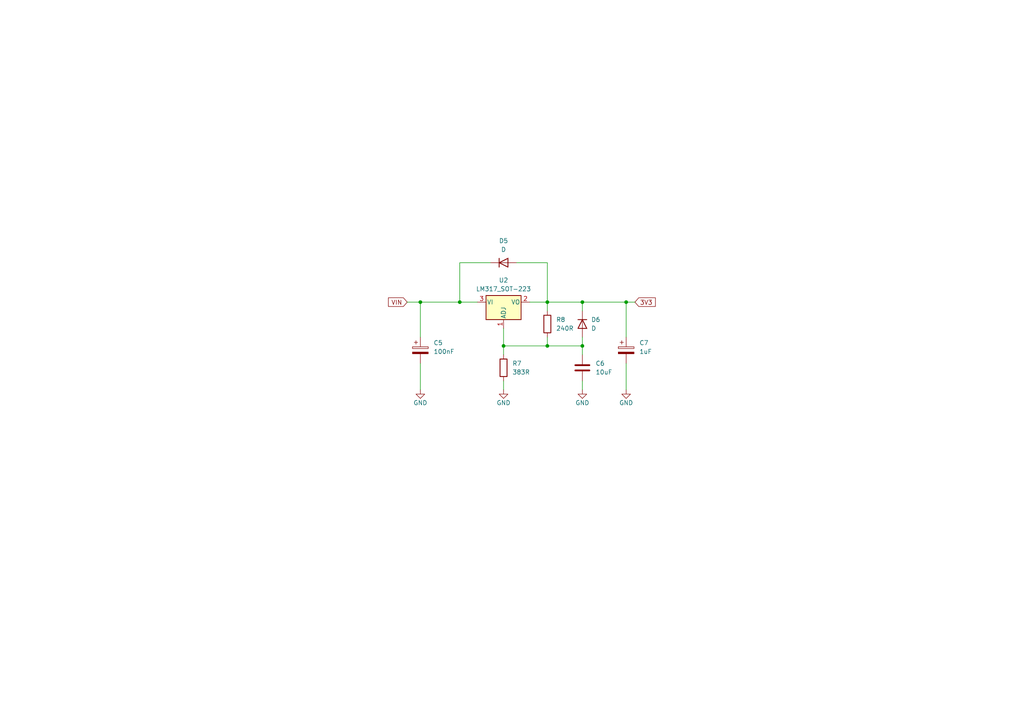
<source format=kicad_sch>
(kicad_sch (version 20231120) (generator "eeschema") (generator_version "8.0")
  (paper "A4")
  (lib_symbols
    (symbol "Device:C" (pin_numbers hide) (pin_names (offset 0.254))
      (property "Reference" "C" (at 0.635 2.54 0))
      (property "Value" "C" (at 0.635 -2.54 0))
      (symbol "C_0_1"
        (polyline (pts (xy -2.032 -0.762) (xy 2.032 -0.762)) (stroke (width 0.508)))
        (polyline (pts (xy -2.032 0.762) (xy 2.032 0.762)) (stroke (width 0.508)))
      )
      (symbol "C_1_1"
        (pin passive line (at 0 3.81 270) (length 2.794) (name "~") (number "1"))
        (pin passive line (at 0 -3.81 90) (length 2.794) (name "~") (number "2"))
      )
    )
    (symbol "Device:C_Polarized" (pin_numbers hide) (pin_names (offset 0.254))
      (property "Reference" "C" (at 0.635 2.54 0))
      (property "Value" "C_Polarized" (at 0.635 -2.54 0))
      (symbol "C_Polarized_0_1"
        (rectangle (start -2.286 0.508) (end 2.286 1.016))
        (polyline (pts (xy -1.778 2.286) (xy -0.762 2.286)))
        (polyline (pts (xy -1.27 2.794) (xy -1.27 1.778)))
        (rectangle (start 2.286 -0.508) (end -2.286 -1.016) (fill (type outline)))
      )
      (symbol "C_Polarized_1_1"
        (pin passive line (at 0 3.81 270) (length 2.794) (name "~") (number "1"))
        (pin passive line (at 0 -3.81 90) (length 2.794) (name "~") (number "2"))
      )
    )
    (symbol "Device:D" (pin_numbers hide) (pin_names (offset 1.016) hide)
      (property "Reference" "D" (at 0 2.54 0))
      (property "Value" "D" (at 0 -2.54 0))
      (symbol "D_0_1"
        (polyline (pts (xy -1.27 1.27) (xy -1.27 -1.27)) (stroke (width 0.254)))
        (polyline (pts (xy 1.27 0) (xy -1.27 0)))
        (polyline (pts (xy 1.27 1.27) (xy 1.27 -1.27) (xy -1.27 0) (xy 1.27 1.27)) (stroke (width 0.254)))
      )
      (symbol "D_1_1"
        (pin passive line (at -3.81 0 0) (length 2.54) (name "K") (number "1"))
        (pin passive line (at 3.81 0 180) (length 2.54) (name "A") (number "2"))
      )
    )
    (symbol "Device:R" (pin_numbers hide) (pin_names (offset 0))
      (property "Reference" "R" (at 2.032 0 90))
      (property "Value" "R" (at 0 0 90))
      (symbol "R_0_1"
        (rectangle (start -1.016 -2.54) (end 1.016 2.54) (stroke (width 0.254)))
      )
      (symbol "R_1_1"
        (pin passive line (at 0 3.81 270) (length 1.27) (name "~") (number "1"))
        (pin passive line (at 0 -3.81 90) (length 1.27) (name "~") (number "2"))
      )
    )
    (symbol "Regulator_Linear:LM317_SOT-223" (pin_names (offset 0.254))
      (property "Reference" "U" (at -3.81 3.175 0))
      (property "Value" "LM317_SOT-223" (at 0 3.175 0))
      (symbol "LM317_SOT-223_0_1"
        (rectangle (start -5.08 1.905) (end 5.08 -5.08) (stroke (width 0.254)) (fill (type background)))
      )
      (symbol "LM317_SOT-223_1_1"
        (pin input line (at 0 -7.62 90) (length 2.54) (name "ADJ") (number "1"))
        (pin power_out line (at 7.62 0 180) (length 2.54) (name "VO") (number "2"))
        (pin power_in line (at -7.62 0 0) (length 2.54) (name "VI") (number "3"))
      )
    )
    (symbol "power:GND" (power) (pin_names (offset 0))
      (property "Value" "GND" (at 0 -3.81 0))
      (symbol "GND_0_1"
        (polyline (pts (xy 0 0) (xy 0 -1.27) (xy 1.27 -1.27) (xy 0 -2.54) (xy -1.27 -1.27) (xy 0 -1.27)))
      )
      (symbol "GND_1_1"
        (pin power_in line (at 0 0 270) (length 0) hide (name "GND") (number "1"))
      )
    )
  )
  (junction (at 181.61 87.63))
  (junction (at 158.75 87.63))
  (junction (at 158.75 100.33))
  (junction (at 168.91 100.33))
  (junction (at 168.91 87.63))
  (junction (at 146.05 100.33))
  (junction (at 121.92 87.63))
  (junction (at 133.35 87.63))
  (wire (pts (xy 158.75 76.2) (xy 158.75 87.63)))
  (wire (pts (xy 133.35 87.63) (xy 138.43 87.63)))
  (wire (pts (xy 168.91 110.49) (xy 168.91 113.03)))
  (wire (pts (xy 158.75 97.79) (xy 158.75 100.33)))
  (wire (pts (xy 158.75 87.63) (xy 158.75 90.17)))
  (wire (pts (xy 158.75 87.63) (xy 168.91 87.63)))
  (wire (pts (xy 146.05 100.33) (xy 146.05 102.87)))
  (wire (pts (xy 158.75 100.33) (xy 168.91 100.33)))
  (wire (pts (xy 146.05 95.25) (xy 146.05 100.33)))
  (wire (pts (xy 149.86 76.2) (xy 158.75 76.2)))
  (wire (pts (xy 168.91 87.63) (xy 168.91 90.17)))
  (wire (pts (xy 158.75 100.33) (xy 146.05 100.33)))
  (wire (pts (xy 133.35 76.2) (xy 142.24 76.2)))
  (wire (pts (xy 121.92 105.41) (xy 121.92 113.03)))
  (wire (pts (xy 146.05 110.49) (xy 146.05 113.03)))
  (wire (pts (xy 181.61 97.79) (xy 181.61 87.63)))
  (wire (pts (xy 181.61 87.63) (xy 184.15 87.63)))
  (wire (pts (xy 168.91 97.79) (xy 168.91 100.33)))
  (wire (pts (xy 118.11 87.63) (xy 121.92 87.63)))
  (wire (pts (xy 153.67 87.63) (xy 158.75 87.63)))
  (wire (pts (xy 181.61 105.41) (xy 181.61 113.03)))
  (wire (pts (xy 133.35 87.63) (xy 121.92 87.63)))
  (wire (pts (xy 168.91 87.63) (xy 181.61 87.63)))
  (wire (pts (xy 168.91 100.33) (xy 168.91 102.87)))
  (wire (pts (xy 133.35 87.63) (xy 133.35 76.2)))
  (wire (pts (xy 121.92 87.63) (xy 121.92 97.79)))
  (global_label "3V3" (shape input) (at 184.15 87.63 0) (property "Intersheetrefs" "${INTERSHEET_REFS}" (effects (hide yes))))
  (global_label "VIN" (shape input) (at 118.11 87.63 180) (property "Intersheetrefs" "${INTERSHEET_REFS}" (effects (hide yes))))
  (symbol (lib_id "power:GND") (at 146.05 113.03 0) (unit 1)
    (property "Reference" "#PWR014" (effects (hide yes)))
    (property "Value" "GND" (at 146.05 116.84 0))
  )
  (symbol (lib_id "Device:D") (at 168.91 93.98 270) (unit 1)
    (property "Reference" "D6" (at 171.45 92.71 90) (effects (justify left)))
    (property "Value" "D" (at 171.45 95.25 90) (effects (justify left)))
    (property "Footprint" "Diode_SMD:D_SOD-123F" (effects (hide yes)))
    (property "Sim.Device" "D" (effects (hide yes)))
    (property "Sim.Pins" "1=K 2=A" (effects (hide yes)))
  )
  (symbol (lib_id "Device:D") (at 146.05 76.2 0) (unit 1)
    (property "Reference" "D5" (at 146.05 69.85 0))
    (property "Value" "D" (at 146.05 72.39 0))
    (property "Footprint" "Diode_SMD:D_SOD-123F" (effects (hide yes)))
    (property "Sim.Device" "D" (effects (hide yes)))
    (property "Sim.Pins" "1=K 2=A" (effects (hide yes)))
  )
  (symbol (lib_id "Regulator_Linear:LM317_SOT-223") (at 146.05 87.63 0) (unit 1)
    (property "Reference" "U2" (at 146.05 81.28 0))
    (property "Value" "LM317_SOT-223" (at 146.05 83.82 0))
    (property "Footprint" "Package_TO_SOT_SMD:SOT-223-3_TabPin2" (effects (hide yes)))
    (property "Datasheet" "http://www.ti.com/lit/ds/symlink/lm317.pdf" (effects (hide yes)))
  )
  (symbol (lib_id "Device:C_Polarized") (at 181.61 101.6 0) (unit 1)
    (property "Reference" "C7" (at 185.42 99.441 0) (effects (justify left)))
    (property "Value" "1uF" (at 185.42 101.981 0) (effects (justify left)))
    (property "Footprint" "Capacitor_SMD:C_0805_2012Metric" (effects (hide yes)))
  )
  (symbol (lib_id "power:GND") (at 168.91 113.03 0) (unit 1)
    (property "Reference" "#PWR015" (effects (hide yes)))
    (property "Value" "GND" (at 168.91 116.84 0))
  )
  (symbol (lib_id "Device:R") (at 158.75 93.98 0) (unit 1)
    (property "Reference" "R8" (at 161.29 92.71 0) (effects (justify left)))
    (property "Value" "240R" (at 161.29 95.25 0) (effects (justify left)))
    (property "Footprint" "Resistor_SMD:R_0805_2012Metric" (effects (hide yes)))
  )
  (symbol (lib_id "Device:C") (at 168.91 106.68 0) (unit 1)
    (property "Reference" "C6" (at 172.72 105.41 0) (effects (justify left)))
    (property "Value" "10uF" (at 172.72 107.95 0) (effects (justify left)))
    (property "Footprint" "Capacitor_SMD:C_0805_2012Metric" (effects (hide yes)))
  )
  (symbol (lib_id "Device:R") (at 146.05 106.68 0) (unit 1)
    (property "Reference" "R7" (at 148.59 105.41 0) (effects (justify left)))
    (property "Value" "383R" (at 148.59 107.95 0) (effects (justify left)))
    (property "Footprint" "Resistor_SMD:R_0805_2012Metric" (effects (hide yes)))
  )
  (symbol (lib_id "Device:C_Polarized") (at 121.92 101.6 0) (unit 1)
    (property "Reference" "C5" (at 125.73 99.441 0) (effects (justify left)))
    (property "Value" "100nF" (at 125.73 101.981 0) (effects (justify left)))
    (property "Footprint" "Capacitor_SMD:C_0805_2012Metric" (effects (hide yes)))
  )
  (symbol (lib_id "power:GND") (at 121.92 113.03 0) (unit 1)
    (property "Reference" "#PWR013" (effects (hide yes)))
    (property "Value" "GND" (at 121.92 116.84 0))
  )
  (symbol (lib_id "power:GND") (at 181.61 113.03 0) (unit 1)
    (property "Reference" "#PWR016" (effects (hide yes)))
    (property "Value" "GND" (at 181.61 116.84 0))
  )
)
</source>
